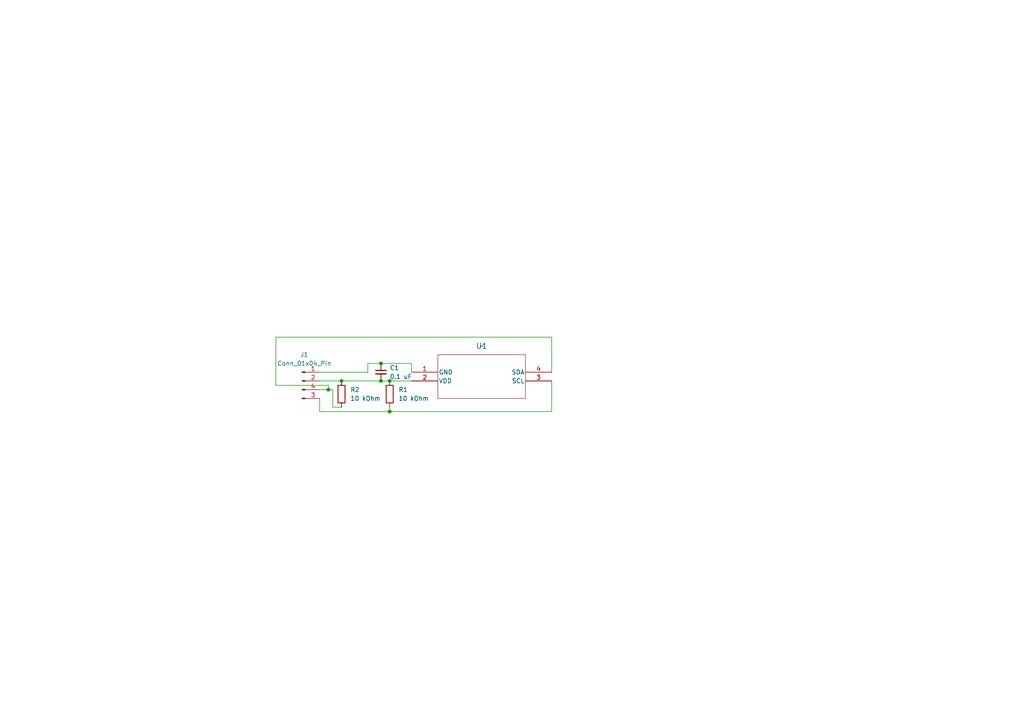
<source format=kicad_sch>
(kicad_sch (version 20230121) (generator eeschema)
  (paper "A4")
  (lib_symbols
    (symbol "Connector:Conn_01x04_Pin" (pin_names (offset 1.016) hide)
      (property "Reference" "J1" (at 0.635 7.62 0))
      (property "Value" "Conn_01x04_Pin" (at 0.635 5.08 0))
      (symbol "Conn_01x04_Pin_1_1"
        (polyline (pts (xy 1.27 -5.08) (xy 0.8636 -5.08)) (stroke (width 0.1524)))
        (polyline (pts (xy 1.27 -2.54) (xy 0.8636 -2.54)) (stroke (width 0.1524)))
        (polyline (pts (xy 1.27 0) (xy 0.8636 0)) (stroke (width 0.1524)))
        (polyline (pts (xy 1.27 2.54) (xy 0.8636 2.54)) (stroke (width 0.1524)))
        (rectangle (start 0.8636 -4.953) (end 0 -5.207) (stroke (width 0.1524)) (fill (type outline)))
        (rectangle (start 0.8636 -2.413) (end 0 -2.667) (stroke (width 0.1524)) (fill (type outline)))
        (rectangle (start 0.8636 0.127) (end 0 -0.127) (stroke (width 0.1524)) (fill (type outline)))
        (rectangle (start 0.8636 2.667) (end 0 2.413) (stroke (width 0.1524)) (fill (type outline)))
        (pin passive line (at 5.08 2.54 180) (length 3.81) (name "Pin_1") (number "1"))
        (pin passive line (at 5.08 0 180) (length 3.81) (name "Pin_2") (number "2"))
        (pin passive line (at 5.08 -5.08 180) (length 3.81) (name "Pin_3") (number "3"))
        (pin passive line (at 5.08 -2.54 180) (length 3.81) (name "Pin_4") (number "4"))
      )
    )
    (symbol "Device:C_Small" (pin_numbers hide) (pin_names (offset 0.254) hide)
      (property "Reference" "C" (at 0.254 1.778 0))
      (property "Value" "C_Small" (at 0.254 -2.032 0))
      (symbol "C_Small_0_1"
        (polyline (pts (xy -1.524 -0.508) (xy 1.524 -0.508)) (stroke (width 0.3302)))
        (polyline (pts (xy -1.524 0.508) (xy 1.524 0.508)) (stroke (width 0.3048)))
      )
      (symbol "C_Small_1_1"
        (pin passive line (at 0 2.54 270) (length 2.032) (name "~") (number "1"))
        (pin passive line (at 0 -2.54 90) (length 2.032) (name "~") (number "2"))
      )
    )
    (symbol "Device:R" (pin_numbers hide) (pin_names (offset 0))
      (property "Reference" "R" (at 2.032 0 90))
      (property "Value" "R" (at 0 0 90))
      (symbol "R_0_1"
        (rectangle (start -1.016 -2.54) (end 1.016 2.54) (stroke (width 0.254)))
      )
      (symbol "R_1_1"
        (pin passive line (at 0 3.81 270) (length 1.27) (name "~") (number "1"))
        (pin passive line (at 0 -3.81 90) (length 1.27) (name "~") (number "2"))
      )
    )
    (symbol "MS583730BA01-50 (NanoFloat Pressure Sensor):MS583730BA01-50" (pin_names (offset 0.254))
      (property "Reference" "U1" (at 20.32 10.16 0))
      (symbol "MS583730BA01-50_0_1"
        (polyline (pts (xy 7.62 -7.62) (xy 33.02 -7.62)) (stroke (width 0.127)))
        (polyline (pts (xy 7.62 5.08) (xy 7.62 -7.62)) (stroke (width 0.127)))
        (polyline (pts (xy 33.02 -7.62) (xy 33.02 5.08)) (stroke (width 0.127)))
        (polyline (pts (xy 33.02 5.08) (xy 7.62 5.08)) (stroke (width 0.127)))
        (pin power_out line (at 0 0 0) (length 7.62) (name "GND") (number "1"))
        (pin power_in line (at 0 -2.54 0) (length 7.62) (name "VDD") (number "2"))
      )
      (symbol "MS583730BA01-50_1_1"
        (pin bidirectional line (at 40.64 -2.54 180) (length 7.62) (name "SCL") (number "3"))
        (pin bidirectional line (at 40.64 0 180) (length 7.62) (name "SDA") (number "4"))
      )
    )
  )
  (junction (at 99.06 110.49))
  (junction (at 110.49 105.41))
  (junction (at 110.49 110.49))
  (junction (at 113.03 119.38))
  (junction (at 113.03 110.49))
  (junction (at 95.25 113.03))
  (wire (pts (xy 110.49 110.49) (xy 113.03 110.49)))
  (wire (pts (xy 110.49 105.41) (xy 106.68 105.41)))
  (wire (pts (xy 113.03 110.49) (xy 119.38 110.49)))
  (wire (pts (xy 80.01 111.76) (xy 80.01 97.79)))
  (wire (pts (xy 160.02 110.49) (xy 160.02 119.38)))
  (wire (pts (xy 92.71 107.95) (xy 106.68 107.95)))
  (wire (pts (xy 95.25 111.76) (xy 80.01 111.76)))
  (wire (pts (xy 160.02 119.38) (xy 113.03 119.38)))
  (wire (pts (xy 92.71 119.38) (xy 113.03 119.38)))
  (wire (pts (xy 113.03 119.38) (xy 113.03 118.11)))
  (wire (pts (xy 95.25 113.03) (xy 95.25 111.76)))
  (wire (pts (xy 119.38 105.41) (xy 119.38 107.95)))
  (wire (pts (xy 160.02 97.79) (xy 160.02 107.95)))
  (wire (pts (xy 96.52 118.11) (xy 99.06 118.11)))
  (wire (pts (xy 92.71 115.57) (xy 92.71 119.38)))
  (wire (pts (xy 95.25 113.03) (xy 96.52 113.03)))
  (wire (pts (xy 80.01 97.79) (xy 160.02 97.79)))
  (wire (pts (xy 99.06 110.49) (xy 110.49 110.49)))
  (wire (pts (xy 110.49 105.41) (xy 119.38 105.41)))
  (wire (pts (xy 92.71 113.03) (xy 95.25 113.03)))
  (wire (pts (xy 106.68 105.41) (xy 106.68 107.95)))
  (wire (pts (xy 96.52 113.03) (xy 96.52 118.11)))
  (wire (pts (xy 92.71 110.49) (xy 99.06 110.49)))
  (symbol (lib_id "MS583730BA01-50 (NanoFloat Pressure Sensor):MS583730BA01-50") (at 119.38 107.95 0) (unit 1)
    (property "Reference" "U1" (at 139.7 100.33 0) (effects (font (size 1.524 1.524))))
    (property "Value" "~" (at 139.7 100.33 0) (effects (font (size 1.524 1.524))))
    (property "Footprint" "NanoFloat Pressure Sensor:Pressure Sensor Footprint" (effects hide))
    (property "Datasheet" "MS583730BA01-50" (effects hide))
  )
  (symbol (lib_id "Connector:Conn_01x04_Pin") (at 87.63 110.49 0) (unit 1)
    (property "Reference" "J1" (at 88.265 102.87 0))
    (property "Value" "Conn_01x04_Pin" (at 88.265 105.41 0))
    (property "Footprint" "Connector_PinHeader_2.54mm:PinHeader_1x04_P2.54mm_Vertical" (effects hide))
  )
  (symbol (lib_id "Device:C_Small") (at 110.49 107.95 0) (unit 1)
    (property "Reference" "C1" (at 113.03 106.6863 0) (effects (justify left)))
    (property "Value" "0.1 uF" (at 113.03 109.2263 0) (effects (justify left)))
    (property "Footprint" "Capacitor_THT:C_Disc_D3.0mm_W1.6mm_P2.50mm" (effects hide))
  )
  (symbol (lib_id "Device:R") (at 99.06 114.3 0) (unit 1)
    (property "Reference" "R2" (at 101.6 113.03 0) (effects (justify left)))
    (property "Value" "10 kOhm" (at 101.6 115.57 0) (effects (justify left)))
    (property "Footprint" "Resistor_THT:R_Axial_DIN0309_L9.0mm_D3.2mm_P12.70mm_Horizontal" (effects hide))
  )
  (symbol (lib_id "Device:R") (at 113.03 114.3 0) (unit 1)
    (property "Reference" "R1" (at 115.57 113.03 0) (effects (justify left)))
    (property "Value" "10 kOhm" (at 115.57 115.57 0) (effects (justify left)))
    (property "Footprint" "Resistor_THT:R_Axial_DIN0309_L9.0mm_D3.2mm_P12.70mm_Horizontal" (effects hide))
  )
)
</source>
